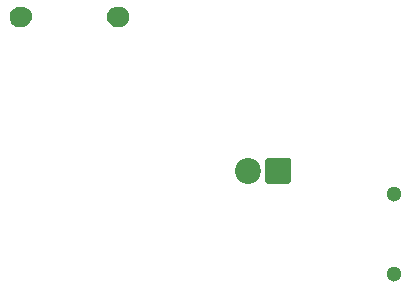
<source format=gbr>
%TF.GenerationSoftware,KiCad,Pcbnew,5.1.10*%
%TF.CreationDate,2021-09-11T11:57:41+02:00*%
%TF.ProjectId,alpaka_svg2shenzhen,616c7061-6b61-45f7-9376-67327368656e,rev?*%
%TF.SameCoordinates,Original*%
%TF.FileFunction,Soldermask,Top*%
%TF.FilePolarity,Negative*%
%FSLAX46Y46*%
G04 Gerber Fmt 4.6, Leading zero omitted, Abs format (unit mm)*
G04 Created by KiCad (PCBNEW 5.1.10) date 2021-09-11 11:57:41*
%MOMM*%
%LPD*%
G01*
G04 APERTURE LIST*
%ADD10C,0.010000*%
%ADD11C,2.200000*%
%ADD12C,1.300000*%
G04 APERTURE END LIST*
D10*
%TO.C,G\u002A\u002A\u002A*%
G36*
X81732782Y-34600183D02*
G01*
X81907825Y-34634775D01*
X82067953Y-34695242D01*
X82207610Y-34779955D01*
X82321239Y-34887283D01*
X82403283Y-35015596D01*
X82409996Y-35030585D01*
X82463641Y-35204288D01*
X82485264Y-35393229D01*
X82474897Y-35584998D01*
X82432573Y-35767181D01*
X82407909Y-35831800D01*
X82339604Y-35944307D01*
X82240043Y-36047344D01*
X82120296Y-36130796D01*
X82038813Y-36169015D01*
X81925512Y-36200311D01*
X81787728Y-36220494D01*
X81639500Y-36229091D01*
X81494867Y-36225631D01*
X81367870Y-36209643D01*
X81305351Y-36193634D01*
X81120395Y-36112544D01*
X80965203Y-36002087D01*
X80840850Y-35863182D01*
X80762695Y-35728807D01*
X80735835Y-35666232D01*
X80719124Y-35608987D01*
X80710290Y-35543584D01*
X80707066Y-35456537D01*
X80706855Y-35397017D01*
X80708472Y-35293238D01*
X80714454Y-35217653D01*
X80727314Y-35156163D01*
X80749568Y-35094667D01*
X80768348Y-35052180D01*
X80849679Y-34918371D01*
X80959789Y-34800381D01*
X81088055Y-34708278D01*
X81173728Y-34667956D01*
X81360177Y-34615144D01*
X81548381Y-34593096D01*
X81732782Y-34600183D01*
G37*
X81732782Y-34600183D02*
X81907825Y-34634775D01*
X82067953Y-34695242D01*
X82207610Y-34779955D01*
X82321239Y-34887283D01*
X82403283Y-35015596D01*
X82409996Y-35030585D01*
X82463641Y-35204288D01*
X82485264Y-35393229D01*
X82474897Y-35584998D01*
X82432573Y-35767181D01*
X82407909Y-35831800D01*
X82339604Y-35944307D01*
X82240043Y-36047344D01*
X82120296Y-36130796D01*
X82038813Y-36169015D01*
X81925512Y-36200311D01*
X81787728Y-36220494D01*
X81639500Y-36229091D01*
X81494867Y-36225631D01*
X81367870Y-36209643D01*
X81305351Y-36193634D01*
X81120395Y-36112544D01*
X80965203Y-36002087D01*
X80840850Y-35863182D01*
X80762695Y-35728807D01*
X80735835Y-35666232D01*
X80719124Y-35608987D01*
X80710290Y-35543584D01*
X80707066Y-35456537D01*
X80706855Y-35397017D01*
X80708472Y-35293238D01*
X80714454Y-35217653D01*
X80727314Y-35156163D01*
X80749568Y-35094667D01*
X80768348Y-35052180D01*
X80849679Y-34918371D01*
X80959789Y-34800381D01*
X81088055Y-34708278D01*
X81173728Y-34667956D01*
X81360177Y-34615144D01*
X81548381Y-34593096D01*
X81732782Y-34600183D01*
G36*
X73619347Y-34617355D02*
G01*
X73795534Y-34673333D01*
X73950070Y-34759187D01*
X74078877Y-34873012D01*
X74177875Y-35012905D01*
X74202164Y-35061909D01*
X74237708Y-35175749D01*
X74256884Y-35312949D01*
X74259265Y-35457653D01*
X74244428Y-35594006D01*
X74218990Y-35688790D01*
X74145480Y-35828485D01*
X74037866Y-35957401D01*
X73904198Y-36068632D01*
X73752527Y-36155276D01*
X73618721Y-36203574D01*
X73513010Y-36221768D01*
X73382242Y-36229645D01*
X73242384Y-36227323D01*
X73109406Y-36214922D01*
X73023938Y-36199115D01*
X72856712Y-36140620D01*
X72720453Y-36053433D01*
X72615067Y-35937419D01*
X72540458Y-35792443D01*
X72496531Y-35618370D01*
X72483133Y-35428767D01*
X72492496Y-35253025D01*
X72522533Y-35107404D01*
X72576167Y-34983596D01*
X72656320Y-34873289D01*
X72691652Y-34835861D01*
X72801002Y-34743138D01*
X72921817Y-34675910D01*
X73064075Y-34629760D01*
X73218334Y-34602639D01*
X73425587Y-34593155D01*
X73619347Y-34617355D01*
G37*
X73619347Y-34617355D02*
X73795534Y-34673333D01*
X73950070Y-34759187D01*
X74078877Y-34873012D01*
X74177875Y-35012905D01*
X74202164Y-35061909D01*
X74237708Y-35175749D01*
X74256884Y-35312949D01*
X74259265Y-35457653D01*
X74244428Y-35594006D01*
X74218990Y-35688790D01*
X74145480Y-35828485D01*
X74037866Y-35957401D01*
X73904198Y-36068632D01*
X73752527Y-36155276D01*
X73618721Y-36203574D01*
X73513010Y-36221768D01*
X73382242Y-36229645D01*
X73242384Y-36227323D01*
X73109406Y-36214922D01*
X73023938Y-36199115D01*
X72856712Y-36140620D01*
X72720453Y-36053433D01*
X72615067Y-35937419D01*
X72540458Y-35792443D01*
X72496531Y-35618370D01*
X72483133Y-35428767D01*
X72492496Y-35253025D01*
X72522533Y-35107404D01*
X72576167Y-34983596D01*
X72656320Y-34873289D01*
X72691652Y-34835861D01*
X72801002Y-34743138D01*
X72921817Y-34675910D01*
X73064075Y-34629760D01*
X73218334Y-34602639D01*
X73425587Y-34593155D01*
X73619347Y-34617355D01*
%TD*%
%TO.C,D1*%
G36*
G01*
X96299200Y-47563200D02*
X96299200Y-49363200D01*
G75*
G02*
X96099200Y-49563200I-200000J0D01*
G01*
X94299200Y-49563200D01*
G75*
G02*
X94099200Y-49363200I0J200000D01*
G01*
X94099200Y-47563200D01*
G75*
G02*
X94299200Y-47363200I200000J0D01*
G01*
X96099200Y-47363200D01*
G75*
G02*
X96299200Y-47563200I0J-200000D01*
G01*
G37*
D11*
X92659200Y-48463200D03*
%TD*%
D12*
%TO.C,SW1*%
X105003600Y-50448000D03*
X105003600Y-57248000D03*
%TD*%
M02*

</source>
